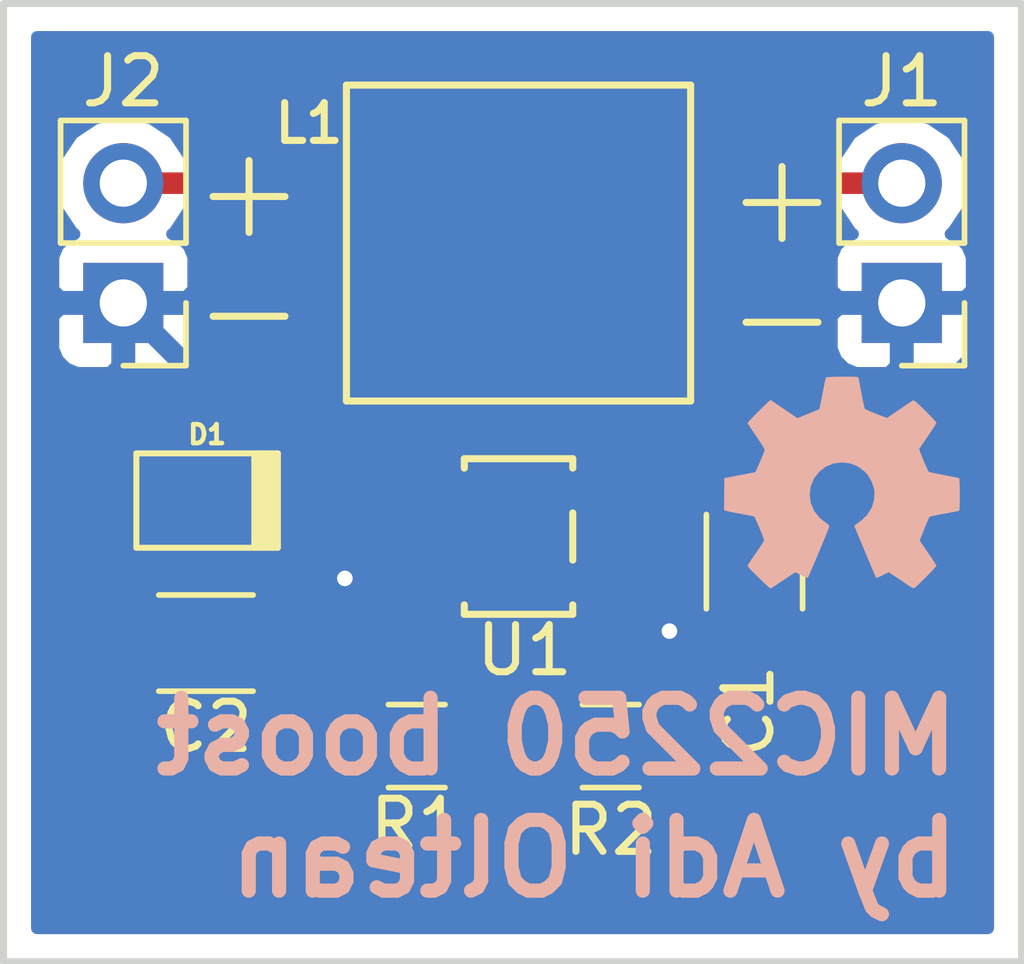
<source format=kicad_pcb>
(kicad_pcb (version 4) (host pcbnew 4.0.7)

  (general
    (links 16)
    (no_connects 0)
    (area 107.874999 59.614999 129.615001 80.085001)
    (thickness 1.6002)
    (drawings 6)
    (tracks 56)
    (zones 0)
    (modules 10)
    (nets 6)
  )

  (page A4)
  (layers
    (0 F.Cu signal)
    (31 B.Cu signal)
    (34 B.Paste user)
    (35 F.Paste user)
    (36 B.SilkS user hide)
    (37 F.SilkS user)
    (38 B.Mask user)
    (39 F.Mask user)
    (40 Dwgs.User user)
    (41 Cmts.User user)
    (42 Eco1.User user)
    (43 Eco2.User user)
    (44 Edge.Cuts user)
    (45 Margin user)
  )

  (setup
    (last_trace_width 0.4572)
    (user_trace_width 0.1524)
    (user_trace_width 0.3048)
    (user_trace_width 0.4572)
    (user_trace_width 0.6096)
    (trace_clearance 0.1524)
    (zone_clearance 0.508)
    (zone_45_only no)
    (trace_min 0.1524)
    (segment_width 0.2)
    (edge_width 0.15)
    (via_size 0.6858)
    (via_drill 0.3302)
    (via_min_size 0.6858)
    (via_min_drill 0.3302)
    (uvia_size 0.762)
    (uvia_drill 0.508)
    (uvias_allowed no)
    (uvia_min_size 0)
    (uvia_min_drill 0)
    (pcb_text_width 0.3)
    (pcb_text_size 1.5 1.5)
    (mod_edge_width 0.15)
    (mod_text_size 1 1)
    (mod_text_width 0.15)
    (pad_size 1.524 1.524)
    (pad_drill 0.762)
    (pad_to_mask_clearance 0.2)
    (aux_axis_origin 0 0)
    (visible_elements 7FFFFFFF)
    (pcbplotparams
      (layerselection 0x010f0_80000001)
      (usegerberextensions true)
      (excludeedgelayer true)
      (linewidth 0.100000)
      (plotframeref false)
      (viasonmask false)
      (mode 1)
      (useauxorigin false)
      (hpglpennumber 1)
      (hpglpenspeed 20)
      (hpglpendiameter 15)
      (hpglpenoverlay 2)
      (psnegative false)
      (psa4output false)
      (plotreference true)
      (plotvalue true)
      (plotinvisibletext false)
      (padsonsilk false)
      (subtractmaskfromsilk false)
      (outputformat 1)
      (mirror false)
      (drillshape 0)
      (scaleselection 1)
      (outputdirectory gerbers/))
  )

  (net 0 "")
  (net 1 /V_IN)
  (net 2 /GND)
  (net 3 /V_OUT)
  (net 4 /SW_OUT)
  (net 5 /FB)

  (net_class Default "This is the default net class."
    (clearance 0.1524)
    (trace_width 0.1524)
    (via_dia 0.6858)
    (via_drill 0.3302)
    (uvia_dia 0.762)
    (uvia_drill 0.508)
    (add_net /FB)
    (add_net /GND)
    (add_net /SW_OUT)
    (add_net /V_IN)
    (add_net /V_OUT)
  )

  (module Pin_Headers:Pin_Header_Straight_1x02_Pitch2.54mm (layer F.Cu) (tedit 59DF4243) (tstamp 59DE2146)
    (at 127 66.04 180)
    (descr "Through hole straight pin header, 1x02, 2.54mm pitch, single row")
    (tags "Through hole pin header THT 1x02 2.54mm single row")
    (path /59DE351E)
    (fp_text reference J1 (at 0 4.699 180) (layer F.SilkS)
      (effects (font (size 1 1) (thickness 0.15)))
    )
    (fp_text value IN (at 0 4.87 180) (layer F.Fab)
      (effects (font (size 1 1) (thickness 0.15)))
    )
    (fp_text user + (at 2.54 2.286 180) (layer F.SilkS)
      (effects (font (size 2 2) (thickness 0.15)))
    )
    (fp_text user - (at 2.54 -0.254 180) (layer F.SilkS)
      (effects (font (size 2 2) (thickness 0.15)))
    )
    (fp_line (start -0.635 -1.27) (end 1.27 -1.27) (layer F.Fab) (width 0.1))
    (fp_line (start 1.27 -1.27) (end 1.27 3.81) (layer F.Fab) (width 0.1))
    (fp_line (start 1.27 3.81) (end -1.27 3.81) (layer F.Fab) (width 0.1))
    (fp_line (start -1.27 3.81) (end -1.27 -0.635) (layer F.Fab) (width 0.1))
    (fp_line (start -1.27 -0.635) (end -0.635 -1.27) (layer F.Fab) (width 0.1))
    (fp_line (start -1.33 3.87) (end 1.33 3.87) (layer F.SilkS) (width 0.12))
    (fp_line (start -1.33 1.27) (end -1.33 3.87) (layer F.SilkS) (width 0.12))
    (fp_line (start 1.33 1.27) (end 1.33 3.87) (layer F.SilkS) (width 0.12))
    (fp_line (start -1.33 1.27) (end 1.33 1.27) (layer F.SilkS) (width 0.12))
    (fp_line (start -1.33 0) (end -1.33 -1.33) (layer F.SilkS) (width 0.12))
    (fp_line (start -1.33 -1.33) (end 0 -1.33) (layer F.SilkS) (width 0.12))
    (fp_line (start -1.8 -1.8) (end -1.8 4.35) (layer F.CrtYd) (width 0.05))
    (fp_line (start -1.8 4.35) (end 1.8 4.35) (layer F.CrtYd) (width 0.05))
    (fp_line (start 1.8 4.35) (end 1.8 -1.8) (layer F.CrtYd) (width 0.05))
    (fp_line (start 1.8 -1.8) (end -1.8 -1.8) (layer F.CrtYd) (width 0.05))
    (fp_text user %R (at 0 1.27 270) (layer F.Fab)
      (effects (font (size 1 1) (thickness 0.15)))
    )
    (pad 1 thru_hole rect (at 0 0 180) (size 1.7 1.7) (drill 1) (layers *.Cu *.Mask)
      (net 2 /GND))
    (pad 2 thru_hole oval (at 0 2.54 180) (size 1.7 1.7) (drill 1) (layers *.Cu *.Mask)
      (net 1 /V_IN))
    (model ${KISYS3DMOD}/Pin_Headers.3dshapes/Pin_Header_Straight_1x02_Pitch2.54mm.wrl
      (at (xyz 0 0 0))
      (scale (xyz 1 1 1))
      (rotate (xyz 0 0 0))
    )
  )

  (module Pin_Headers:Pin_Header_Straight_1x02_Pitch2.54mm (layer F.Cu) (tedit 59DF4201) (tstamp 59DE214B)
    (at 110.49 66.04 180)
    (descr "Through hole straight pin header, 1x02, 2.54mm pitch, single row")
    (tags "Through hole pin header THT 1x02 2.54mm single row")
    (path /59DE361F)
    (fp_text reference J2 (at 0 4.699 180) (layer F.SilkS)
      (effects (font (size 1 1) (thickness 0.15)))
    )
    (fp_text value OUT (at 0 4.87 180) (layer F.Fab)
      (effects (font (size 1 1) (thickness 0.15)))
    )
    (fp_text user + (at -2.667 2.413 180) (layer F.SilkS)
      (effects (font (size 2 2) (thickness 0.15)))
    )
    (fp_text user - (at -2.667 -0.127 180) (layer F.SilkS)
      (effects (font (size 2 2) (thickness 0.15)))
    )
    (fp_line (start -0.635 -1.27) (end 1.27 -1.27) (layer F.Fab) (width 0.1))
    (fp_line (start 1.27 -1.27) (end 1.27 3.81) (layer F.Fab) (width 0.1))
    (fp_line (start 1.27 3.81) (end -1.27 3.81) (layer F.Fab) (width 0.1))
    (fp_line (start -1.27 3.81) (end -1.27 -0.635) (layer F.Fab) (width 0.1))
    (fp_line (start -1.27 -0.635) (end -0.635 -1.27) (layer F.Fab) (width 0.1))
    (fp_line (start -1.33 3.87) (end 1.33 3.87) (layer F.SilkS) (width 0.12))
    (fp_line (start -1.33 1.27) (end -1.33 3.87) (layer F.SilkS) (width 0.12))
    (fp_line (start 1.33 1.27) (end 1.33 3.87) (layer F.SilkS) (width 0.12))
    (fp_line (start -1.33 1.27) (end 1.33 1.27) (layer F.SilkS) (width 0.12))
    (fp_line (start -1.33 0) (end -1.33 -1.33) (layer F.SilkS) (width 0.12))
    (fp_line (start -1.33 -1.33) (end 0 -1.33) (layer F.SilkS) (width 0.12))
    (fp_line (start -1.8 -1.8) (end -1.8 4.35) (layer F.CrtYd) (width 0.05))
    (fp_line (start -1.8 4.35) (end 1.8 4.35) (layer F.CrtYd) (width 0.05))
    (fp_line (start 1.8 4.35) (end 1.8 -1.8) (layer F.CrtYd) (width 0.05))
    (fp_line (start 1.8 -1.8) (end -1.8 -1.8) (layer F.CrtYd) (width 0.05))
    (fp_text user %R (at 0 1.27 270) (layer F.Fab)
      (effects (font (size 1 1) (thickness 0.15)))
    )
    (pad 1 thru_hole rect (at 0 0 180) (size 1.7 1.7) (drill 1) (layers *.Cu *.Mask)
      (net 2 /GND))
    (pad 2 thru_hole oval (at 0 2.54 180) (size 1.7 1.7) (drill 1) (layers *.Cu *.Mask)
      (net 3 /V_OUT))
    (model ${KISYS3DMOD}/Pin_Headers.3dshapes/Pin_Header_Straight_1x02_Pitch2.54mm.wrl
      (at (xyz 0 0 0))
      (scale (xyz 1 1 1))
      (rotate (xyz 0 0 0))
    )
  )

  (module manuf.pretty:MURATA-DG6050C (layer F.Cu) (tedit 59DF4108) (tstamp 59DE16BA)
    (at 118.872 64.77 180)
    (path /59DDF53B)
    (fp_text reference L1 (at 4.445 2.54 180) (layer F.SilkS)
      (effects (font (size 0.8 0.8) (thickness 0.15)))
    )
    (fp_text value "22 uH, 1.9A" (at 0 3.81 180) (layer F.Fab)
      (effects (font (size 0.8 0.8) (thickness 0.15)))
    )
    (fp_line (start -3.65 3.35) (end -3.65 -3.35) (layer F.SilkS) (width 0.15))
    (fp_line (start 3.65 3.35) (end -3.65 3.35) (layer F.SilkS) (width 0.15))
    (fp_line (start 3.65 -3.35) (end 3.65 3.35) (layer F.SilkS) (width 0.15))
    (fp_line (start -3.65 -3.35) (end 3.65 -3.35) (layer F.SilkS) (width 0.15))
    (fp_line (start -3.65 3.35) (end -3.65 -3.35) (layer F.CrtYd) (width 0.15))
    (fp_line (start 3.65 3.35) (end -3.65 3.35) (layer F.CrtYd) (width 0.15))
    (fp_line (start 3.65 -3.35) (end 3.65 3.35) (layer F.CrtYd) (width 0.15))
    (fp_line (start -3.65 -3.35) (end 3.65 -3.35) (layer F.CrtYd) (width 0.15))
    (pad 1 smd rect (at -2.35 0 180) (size 1.6 5.7) (layers F.Cu F.Paste F.Mask)
      (net 1 /V_IN))
    (pad 2 smd rect (at 2.35 0 180) (size 1.6 5.7) (layers F.Cu F.Paste F.Mask)
      (net 4 /SW_OUT))
    (model ${KISYS3DMOD}/smd_inductors/inductor_smd_6.5x4.8mm.wrl
      (at (xyz 0 0 0))
      (scale (xyz 0.8 0.8 0.8))
      (rotate (xyz 0 0 90))
    )
  )

  (module "lms6002-pmod.pretty:SOT-753_(TSOP-5)_Handsoldering" (layer F.Cu) (tedit 59DF40E7) (tstamp 59DE0420)
    (at 118.872 70.993)
    (path /59DDF3A9)
    (fp_text reference U1 (at 0.127 2.413) (layer F.SilkS)
      (effects (font (size 1 1) (thickness 0.15)))
    )
    (fp_text value MIC2250 (at 0 -2.54) (layer F.Fab)
      (effects (font (size 1 1) (thickness 0.15)))
    )
    (fp_line (start 1.15 1.45) (end 1.15 1.65) (layer F.SilkS) (width 0.15))
    (fp_line (start 1.15 1.65) (end -1.15 1.65) (layer F.SilkS) (width 0.15))
    (fp_line (start -1.15 1.65) (end -1.15 1.45) (layer F.SilkS) (width 0.15))
    (fp_line (start 1.15 -0.5) (end 1.15 0.5) (layer F.SilkS) (width 0.15))
    (fp_line (start -1.15 -1.65) (end -1.15 -1.45) (layer F.SilkS) (width 0.15))
    (fp_line (start -1.15 -1.65) (end 1.15 -1.65) (layer F.SilkS) (width 0.15))
    (fp_line (start 1.15 -1.65) (end 1.15 -1.45) (layer F.SilkS) (width 0.15))
    (pad 1 smd rect (at -1.2 -0.95) (size 1.7 0.45) (drill (offset -0.5 0)) (layers F.Cu F.Paste F.Mask)
      (net 4 /SW_OUT))
    (pad 5 smd rect (at 1.2 -0.95) (size 1.7 0.45) (drill (offset 0.5 0)) (layers F.Cu F.Paste F.Mask)
      (net 1 /V_IN))
    (pad 2 smd rect (at -1.2 0) (size 1.7 0.45) (drill (offset -0.5 0)) (layers F.Cu F.Paste F.Mask)
      (net 2 /GND))
    (pad 3 smd rect (at -1.2 0.95) (size 1.7 0.45) (drill (offset -0.5 0)) (layers F.Cu F.Paste F.Mask)
      (net 5 /FB))
    (pad 4 smd rect (at 1.2 0.95) (size 1.7 0.45) (drill (offset 0.5 0)) (layers F.Cu F.Paste F.Mask)
      (net 1 /V_IN))
    (model ${KIPRJMOD}/lib/lms6002-pmod.3dshapes/sc70-5.wrl
      (at (xyz 0 0 0))
      (scale (xyz 1.45 1.45 1.45))
      (rotate (xyz 0 0 90))
    )
  )

  (module Resistors_SMD:R_0805 (layer F.Cu) (tedit 59DF3F76) (tstamp 59DE0411)
    (at 116.713 75.438)
    (descr "Resistor SMD 0805, reflow soldering, Vishay (see dcrcw.pdf)")
    (tags "resistor 0805")
    (path /59DDF67C)
    (attr smd)
    (fp_text reference R1 (at 0 1.651) (layer F.SilkS)
      (effects (font (size 1 1) (thickness 0.15)))
    )
    (fp_text value 130K (at 0 -1.524) (layer F.Fab)
      (effects (font (size 1 1) (thickness 0.15)))
    )
    (fp_text user %R (at 0 0) (layer F.Fab)
      (effects (font (size 0.5 0.5) (thickness 0.075)))
    )
    (fp_line (start -1 0.62) (end -1 -0.62) (layer F.Fab) (width 0.1))
    (fp_line (start 1 0.62) (end -1 0.62) (layer F.Fab) (width 0.1))
    (fp_line (start 1 -0.62) (end 1 0.62) (layer F.Fab) (width 0.1))
    (fp_line (start -1 -0.62) (end 1 -0.62) (layer F.Fab) (width 0.1))
    (fp_line (start 0.6 0.88) (end -0.6 0.88) (layer F.SilkS) (width 0.12))
    (fp_line (start -0.6 -0.88) (end 0.6 -0.88) (layer F.SilkS) (width 0.12))
    (fp_line (start -1.55 -0.9) (end 1.55 -0.9) (layer F.CrtYd) (width 0.05))
    (fp_line (start -1.55 -0.9) (end -1.55 0.9) (layer F.CrtYd) (width 0.05))
    (fp_line (start 1.55 0.9) (end 1.55 -0.9) (layer F.CrtYd) (width 0.05))
    (fp_line (start 1.55 0.9) (end -1.55 0.9) (layer F.CrtYd) (width 0.05))
    (pad 1 smd rect (at -0.95 0) (size 0.7 1.3) (layers F.Cu F.Paste F.Mask)
      (net 3 /V_OUT))
    (pad 2 smd rect (at 0.95 0) (size 0.7 1.3) (layers F.Cu F.Paste F.Mask)
      (net 5 /FB))
    (model ${KISYS3DMOD}/Resistors_SMD.3dshapes/R_0805.wrl
      (at (xyz 0 0 0))
      (scale (xyz 1 1 1))
      (rotate (xyz 0 0 0))
    )
  )

  (module Resistors_SMD:R_0805 (layer F.Cu) (tedit 59DF3F69) (tstamp 59DE0417)
    (at 120.8278 75.438)
    (descr "Resistor SMD 0805, reflow soldering, Vishay (see dcrcw.pdf)")
    (tags "resistor 0805")
    (path /59DDF5E5)
    (attr smd)
    (fp_text reference R2 (at 0 1.778) (layer F.SilkS)
      (effects (font (size 1 1) (thickness 0.15)))
    )
    (fp_text value 15K (at 0.127 -1.524) (layer F.Fab)
      (effects (font (size 1 1) (thickness 0.15)))
    )
    (fp_text user %R (at 0 0) (layer F.Fab)
      (effects (font (size 0.5 0.5) (thickness 0.075)))
    )
    (fp_line (start -1 0.62) (end -1 -0.62) (layer F.Fab) (width 0.1))
    (fp_line (start 1 0.62) (end -1 0.62) (layer F.Fab) (width 0.1))
    (fp_line (start 1 -0.62) (end 1 0.62) (layer F.Fab) (width 0.1))
    (fp_line (start -1 -0.62) (end 1 -0.62) (layer F.Fab) (width 0.1))
    (fp_line (start 0.6 0.88) (end -0.6 0.88) (layer F.SilkS) (width 0.12))
    (fp_line (start -0.6 -0.88) (end 0.6 -0.88) (layer F.SilkS) (width 0.12))
    (fp_line (start -1.55 -0.9) (end 1.55 -0.9) (layer F.CrtYd) (width 0.05))
    (fp_line (start -1.55 -0.9) (end -1.55 0.9) (layer F.CrtYd) (width 0.05))
    (fp_line (start 1.55 0.9) (end 1.55 -0.9) (layer F.CrtYd) (width 0.05))
    (fp_line (start 1.55 0.9) (end -1.55 0.9) (layer F.CrtYd) (width 0.05))
    (pad 1 smd rect (at -0.95 0) (size 0.7 1.3) (layers F.Cu F.Paste F.Mask)
      (net 5 /FB))
    (pad 2 smd rect (at 0.95 0) (size 0.7 1.3) (layers F.Cu F.Paste F.Mask)
      (net 2 /GND))
    (model ${KISYS3DMOD}/Resistors_SMD.3dshapes/R_0805.wrl
      (at (xyz 0 0 0))
      (scale (xyz 1 1 1))
      (rotate (xyz 0 0 0))
    )
  )

  (module boost:C_1206 (layer F.Cu) (tedit 59DF3F2A) (tstamp 59DF2F54)
    (at 112.2426 73.2536)
    (descr "Capacitor SMD 1206, reflow soldering, AVX (see smccp.pdf)")
    (tags "capacitor 1206")
    (path /59DDF6E6)
    (attr smd)
    (fp_text reference C2 (at 0 1.778) (layer F.SilkS)
      (effects (font (size 1 1) (thickness 0.15)))
    )
    (fp_text value "2.2 uF" (at 0 1.778) (layer F.Fab)
      (effects (font (size 1 1) (thickness 0.15)))
    )
    (fp_text user %R (at -3.048 0) (layer F.Fab)
      (effects (font (size 1 1) (thickness 0.15)))
    )
    (fp_line (start -1.6 0.8) (end -1.6 -0.8) (layer F.Fab) (width 0.1))
    (fp_line (start 1.6 0.8) (end -1.6 0.8) (layer F.Fab) (width 0.1))
    (fp_line (start 1.6 -0.8) (end 1.6 0.8) (layer F.Fab) (width 0.1))
    (fp_line (start -1.6 -0.8) (end 1.6 -0.8) (layer F.Fab) (width 0.1))
    (fp_line (start 1 -1.02) (end -1 -1.02) (layer F.SilkS) (width 0.12))
    (fp_line (start -1 1.02) (end 1 1.02) (layer F.SilkS) (width 0.12))
    (fp_line (start -2.25 -1.05) (end 2.25 -1.05) (layer F.CrtYd) (width 0.05))
    (fp_line (start -2.25 -1.05) (end -2.25 1.05) (layer F.CrtYd) (width 0.05))
    (fp_line (start 2.25 1.05) (end 2.25 -1.05) (layer F.CrtYd) (width 0.05))
    (fp_line (start 2.25 1.05) (end -2.25 1.05) (layer F.CrtYd) (width 0.05))
    (pad 1 smd rect (at -1.5 0) (size 1 1.6) (layers F.Cu F.Paste F.Mask)
      (net 3 /V_OUT))
    (pad 2 smd rect (at 1.5 0) (size 1 1.6) (layers F.Cu F.Paste F.Mask)
      (net 2 /GND))
    (model Capacitors_SMD.3dshapes/C_1206.wrl
      (at (xyz 0 0 0))
      (scale (xyz 1 1 1))
      (rotate (xyz 0 0 0))
    )
  )

  (module Capacitors_SMD:C_1206 (layer F.Cu) (tedit 59DF3C11) (tstamp 59DE03F9)
    (at 123.8758 71.5264 270)
    (descr "Capacitor SMD 1206, reflow soldering, AVX (see smccp.pdf)")
    (tags "capacitor 1206")
    (path /59DDF74F)
    (attr smd)
    (fp_text reference C1 (at 3.175 0.127 270) (layer F.SilkS)
      (effects (font (size 1 1) (thickness 0.15)))
    )
    (fp_text value "10 uF" (at -0.254 -1.651 270) (layer F.Fab)
      (effects (font (size 1 1) (thickness 0.15)))
    )
    (fp_text user %R (at 3.175 -1.27 270) (layer F.Fab)
      (effects (font (size 1 1) (thickness 0.15)))
    )
    (fp_line (start -1.6 0.8) (end -1.6 -0.8) (layer F.Fab) (width 0.1))
    (fp_line (start 1.6 0.8) (end -1.6 0.8) (layer F.Fab) (width 0.1))
    (fp_line (start 1.6 -0.8) (end 1.6 0.8) (layer F.Fab) (width 0.1))
    (fp_line (start -1.6 -0.8) (end 1.6 -0.8) (layer F.Fab) (width 0.1))
    (fp_line (start 1 -1.02) (end -1 -1.02) (layer F.SilkS) (width 0.12))
    (fp_line (start -1 1.02) (end 1 1.02) (layer F.SilkS) (width 0.12))
    (fp_line (start -2.25 -1.05) (end 2.25 -1.05) (layer F.CrtYd) (width 0.05))
    (fp_line (start -2.25 -1.05) (end -2.25 1.05) (layer F.CrtYd) (width 0.05))
    (fp_line (start 2.25 1.05) (end 2.25 -1.05) (layer F.CrtYd) (width 0.05))
    (fp_line (start 2.25 1.05) (end -2.25 1.05) (layer F.CrtYd) (width 0.05))
    (pad 1 smd rect (at -1.5 0 270) (size 1 1.6) (layers F.Cu F.Paste F.Mask)
      (net 1 /V_IN))
    (pad 2 smd rect (at 1.5 0 270) (size 1 1.6) (layers F.Cu F.Paste F.Mask)
      (net 2 /GND))
    (model Capacitors_SMD.3dshapes/C_1206.wrl
      (at (xyz 0 0 0))
      (scale (xyz 1 1 1))
      (rotate (xyz 0 0 0))
    )
  )

  (module w_smd_diode.pretty:do219ab (layer F.Cu) (tedit 0) (tstamp 59DE0405)
    (at 112.268 70.231)
    (descr DO219AB)
    (path /59DDF4D4)
    (fp_text reference D1 (at 0 -1.39954) (layer F.SilkS)
      (effects (font (size 0.39878 0.39878) (thickness 0.09906)))
    )
    (fp_text value "40V, 1.1A" (at 0 1.50114) (layer F.SilkS) hide
      (effects (font (size 0.39878 0.39878) (thickness 0.09906)))
    )
    (fp_line (start 1.39954 1.00076) (end 1.39954 -1.00076) (layer F.SilkS) (width 0.127))
    (fp_line (start 1.30048 -1.00076) (end 1.30048 1.00076) (layer F.SilkS) (width 0.127))
    (fp_line (start 1.19888 1.00076) (end 1.19888 -1.00076) (layer F.SilkS) (width 0.127))
    (fp_line (start 1.09982 -1.00076) (end 1.09982 1.00076) (layer F.SilkS) (width 0.127))
    (fp_line (start 1.00076 -1.00076) (end 1.00076 1.00076) (layer F.SilkS) (width 0.127))
    (fp_line (start 1.50114 -1.00076) (end -1.50114 -1.00076) (layer F.SilkS) (width 0.127))
    (fp_line (start -1.50114 -1.00076) (end -1.50114 1.00076) (layer F.SilkS) (width 0.127))
    (fp_line (start -1.50114 1.00076) (end 1.50114 1.00076) (layer F.SilkS) (width 0.127))
    (fp_line (start 1.50114 1.00076) (end 1.50114 -1.00076) (layer F.SilkS) (width 0.127))
    (pad 2 smd rect (at 1.45034 0) (size 1.30048 1.39954) (layers F.Cu F.Paste F.Mask)
      (net 4 /SW_OUT))
    (pad 1 smd rect (at -1.45034 0) (size 1.30048 1.39954) (layers F.Cu F.Paste F.Mask)
      (net 3 /V_OUT))
    (model walter/smd_diode/do219ab.wrl
      (at (xyz 0 0 0))
      (scale (xyz 1 1 1))
      (rotate (xyz 0 0 0))
    )
  )

  (module OSHW-logo:OSHW-logo_silkscreen-back_5mm (layer B.Cu) (tedit 0) (tstamp 59DF3AA3)
    (at 125.73 69.85 180)
    (fp_text reference G*** (at 0 -2.65176 180) (layer B.SilkS) hide
      (effects (font (size 0.22606 0.22606) (thickness 0.04318)) (justify mirror))
    )
    (fp_text value OSHW-logo_silkscreen-back_5mm (at 0 2.65176 180) (layer B.SilkS) hide
      (effects (font (size 0.22606 0.22606) (thickness 0.04318)) (justify mirror))
    )
    (fp_poly (pts (xy 1.51384 -2.24536) (xy 1.48844 -2.23012) (xy 1.43002 -2.19456) (xy 1.3462 -2.13868)
      (xy 1.24714 -2.07264) (xy 1.14808 -2.0066) (xy 1.0668 -1.95326) (xy 1.01092 -1.91516)
      (xy 0.98552 -1.90246) (xy 0.97282 -1.90754) (xy 0.9271 -1.9304) (xy 0.85852 -1.96596)
      (xy 0.81788 -1.98628) (xy 0.75692 -2.01168) (xy 0.7239 -2.0193) (xy 0.71882 -2.00914)
      (xy 0.69596 -1.96088) (xy 0.6604 -1.8796) (xy 0.61468 -1.77038) (xy 0.5588 -1.64338)
      (xy 0.50292 -1.50876) (xy 0.4445 -1.36906) (xy 0.38862 -1.23444) (xy 0.34036 -1.11506)
      (xy 0.29972 -1.01854) (xy 0.27432 -0.94996) (xy 0.26416 -0.92202) (xy 0.2667 -0.9144)
      (xy 0.29972 -0.88392) (xy 0.35306 -0.84328) (xy 0.47244 -0.74676) (xy 0.58928 -0.60198)
      (xy 0.6604 -0.43688) (xy 0.68326 -0.25146) (xy 0.66294 -0.08128) (xy 0.5969 0.08128)
      (xy 0.4826 0.2286) (xy 0.3429 0.33782) (xy 0.18034 0.4064) (xy 0 0.42926)
      (xy -0.17272 0.40894) (xy -0.34036 0.3429) (xy -0.48768 0.23114) (xy -0.55118 0.16002)
      (xy -0.63754 0.01016) (xy -0.6858 -0.14732) (xy -0.69088 -0.18796) (xy -0.68326 -0.36322)
      (xy -0.63246 -0.5334) (xy -0.53848 -0.68326) (xy -0.40894 -0.80772) (xy -0.3937 -0.81788)
      (xy -0.33528 -0.8636) (xy -0.29464 -0.89408) (xy -0.26416 -0.91948) (xy -0.48768 -1.45796)
      (xy -0.52324 -1.54178) (xy -0.5842 -1.6891) (xy -0.63754 -1.8161) (xy -0.68072 -1.9177)
      (xy -0.7112 -1.98374) (xy -0.7239 -2.01168) (xy -0.7239 -2.01422) (xy -0.74422 -2.01676)
      (xy -0.78486 -2.00152) (xy -0.86106 -1.96596) (xy -0.90932 -1.94056) (xy -0.96774 -1.91262)
      (xy -0.99314 -1.90246) (xy -1.016 -1.91516) (xy -1.06934 -1.95072) (xy -1.15062 -2.00406)
      (xy -1.24714 -2.06756) (xy -1.33858 -2.13106) (xy -1.4224 -2.18694) (xy -1.48336 -2.22504)
      (xy -1.51384 -2.24282) (xy -1.51892 -2.24282) (xy -1.54432 -2.22758) (xy -1.59258 -2.18694)
      (xy -1.66624 -2.11836) (xy -1.77038 -2.01422) (xy -1.78562 -1.99898) (xy -1.87198 -1.91262)
      (xy -1.94056 -1.83896) (xy -1.98628 -1.78816) (xy -2.00406 -1.7653) (xy -2.00406 -1.7653)
      (xy -1.98882 -1.73482) (xy -1.95072 -1.67386) (xy -1.89484 -1.5875) (xy -1.82626 -1.48844)
      (xy -1.64846 -1.22936) (xy -1.74498 -0.98552) (xy -1.77546 -0.90932) (xy -1.81356 -0.82042)
      (xy -1.8415 -0.75438) (xy -1.85674 -0.72644) (xy -1.88214 -0.71628) (xy -1.95072 -0.70104)
      (xy -2.04724 -0.68072) (xy -2.16154 -0.6604) (xy -2.2733 -0.64008) (xy -2.37236 -0.61976)
      (xy -2.44348 -0.60706) (xy -2.4765 -0.59944) (xy -2.48412 -0.59436) (xy -2.49174 -0.57912)
      (xy -2.49428 -0.5461) (xy -2.49682 -0.48514) (xy -2.49936 -0.39116) (xy -2.49936 -0.25146)
      (xy -2.49936 -0.23622) (xy -2.49682 -0.10668) (xy -2.49428 0) (xy -2.49174 0.06604)
      (xy -2.48666 0.09398) (xy -2.48666 0.09398) (xy -2.45618 0.1016) (xy -2.38506 0.11684)
      (xy -2.286 0.13462) (xy -2.16662 0.15748) (xy -2.159 0.16002) (xy -2.04216 0.18288)
      (xy -1.9431 0.2032) (xy -1.87198 0.21844) (xy -1.84404 0.2286) (xy -1.83642 0.23622)
      (xy -1.81356 0.28194) (xy -1.78054 0.3556) (xy -1.7399 0.4445) (xy -1.7018 0.53848)
      (xy -1.66878 0.6223) (xy -1.64592 0.68326) (xy -1.6383 0.7112) (xy -1.64084 0.71374)
      (xy -1.65862 0.74168) (xy -1.69926 0.80264) (xy -1.75514 0.88646) (xy -1.82372 0.98806)
      (xy -1.8288 0.99568) (xy -1.89738 1.09474) (xy -1.95326 1.1811) (xy -1.98882 1.23952)
      (xy -2.00406 1.26746) (xy -2.00406 1.27) (xy -1.9812 1.30048) (xy -1.9304 1.35636)
      (xy -1.85674 1.43256) (xy -1.77038 1.52146) (xy -1.74244 1.54686) (xy -1.64338 1.64338)
      (xy -1.57734 1.70434) (xy -1.53416 1.73736) (xy -1.51384 1.74498) (xy -1.51384 1.74498)
      (xy -1.48336 1.7272) (xy -1.41986 1.68656) (xy -1.33604 1.62814) (xy -1.23444 1.55956)
      (xy -1.22682 1.55448) (xy -1.12776 1.4859) (xy -1.04394 1.43002) (xy -0.98552 1.38938)
      (xy -0.95758 1.37414) (xy -0.95504 1.37414) (xy -0.9144 1.38684) (xy -0.84328 1.41224)
      (xy -0.75438 1.44526) (xy -0.66294 1.48336) (xy -0.57912 1.51892) (xy -0.51562 1.54686)
      (xy -0.48514 1.56464) (xy -0.48514 1.56464) (xy -0.47498 1.6002) (xy -0.4572 1.6764)
      (xy -0.43688 1.778) (xy -0.41148 1.89992) (xy -0.40894 1.92024) (xy -0.38608 2.03962)
      (xy -0.3683 2.13868) (xy -0.35306 2.20726) (xy -0.34544 2.2352) (xy -0.3302 2.23774)
      (xy -0.27178 2.24282) (xy -0.18288 2.24536) (xy -0.07366 2.24536) (xy 0.0381 2.24536)
      (xy 0.14732 2.24282) (xy 0.2413 2.24028) (xy 0.30988 2.2352) (xy 0.33782 2.23012)
      (xy 0.33782 2.22758) (xy 0.34798 2.18948) (xy 0.36576 2.11582) (xy 0.38608 2.01168)
      (xy 0.40894 1.88976) (xy 0.41402 1.8669) (xy 0.43688 1.75006) (xy 0.4572 1.651)
      (xy 0.4699 1.58496) (xy 0.47752 1.55702) (xy 0.49022 1.55194) (xy 0.53848 1.53162)
      (xy 0.61722 1.4986) (xy 0.71628 1.45796) (xy 0.94488 1.36652) (xy 1.22682 1.55702)
      (xy 1.25222 1.5748) (xy 1.35382 1.64338) (xy 1.4351 1.69926) (xy 1.49352 1.73736)
      (xy 1.51638 1.75006) (xy 1.51892 1.75006) (xy 1.54686 1.72466) (xy 1.60274 1.67132)
      (xy 1.67894 1.59766) (xy 1.76784 1.5113) (xy 1.83134 1.44526) (xy 1.91008 1.36652)
      (xy 1.95834 1.31318) (xy 1.98628 1.28016) (xy 1.9939 1.25984) (xy 1.99136 1.2446)
      (xy 1.97358 1.21666) (xy 1.93294 1.1557) (xy 1.87452 1.06934) (xy 1.80594 0.97028)
      (xy 1.75006 0.88646) (xy 1.6891 0.79248) (xy 1.651 0.72644) (xy 1.63576 0.69342)
      (xy 1.64084 0.68072) (xy 1.65862 0.62484) (xy 1.69418 0.54102) (xy 1.73482 0.44196)
      (xy 1.83388 0.22098) (xy 1.97866 0.19304) (xy 2.06756 0.17526) (xy 2.18948 0.1524)
      (xy 2.30886 0.12954) (xy 2.49174 0.09398) (xy 2.49936 -0.58166) (xy 2.47142 -0.59436)
      (xy 2.44348 -0.60198) (xy 2.3749 -0.61722) (xy 2.27838 -0.63754) (xy 2.16154 -0.65786)
      (xy 2.06502 -0.67564) (xy 1.96596 -0.69596) (xy 1.89484 -0.70866) (xy 1.86436 -0.71628)
      (xy 1.8542 -0.72644) (xy 1.83134 -0.7747) (xy 1.79578 -0.8509) (xy 1.75514 -0.94234)
      (xy 1.71704 -1.03632) (xy 1.68148 -1.12522) (xy 1.65862 -1.19126) (xy 1.64846 -1.22428)
      (xy 1.66116 -1.25222) (xy 1.69926 -1.31064) (xy 1.7526 -1.39192) (xy 1.82118 -1.49098)
      (xy 1.88722 -1.5875) (xy 1.94564 -1.67132) (xy 1.98374 -1.73228) (xy 2.00152 -1.76022)
      (xy 1.99136 -1.778) (xy 1.95326 -1.82626) (xy 1.8796 -1.90246) (xy 1.76784 -2.01168)
      (xy 1.75006 -2.02946) (xy 1.6637 -2.11328) (xy 1.59004 -2.18186) (xy 1.5367 -2.22758)
      (xy 1.51384 -2.24536)) (layer B.SilkS) (width 0.00254))
  )

  (gr_text "by Adi Oltean" (at 120.4722 77.8256) (layer B.SilkS)
    (effects (font (size 1.5 1.5) (thickness 0.3)) (justify mirror))
  )
  (gr_text "MIC2250 boost" (at 119.6848 75.2348) (layer B.SilkS)
    (effects (font (size 1.5 1.5) (thickness 0.3)) (justify mirror))
  )
  (gr_line (start 129.54 80.01) (end 129.54 59.69) (angle 90) (layer Edge.Cuts) (width 0.15))
  (gr_line (start 107.95 80.01) (end 129.54 80.01) (angle 90) (layer Edge.Cuts) (width 0.15))
  (gr_line (start 107.95 59.69) (end 107.95 80.01) (angle 90) (layer Edge.Cuts) (width 0.15))
  (gr_line (start 107.95 59.69) (end 129.54 59.69) (angle 90) (layer Edge.Cuts) (width 0.15))

  (segment (start 120.072 70.043) (end 120.072 71.943) (width 0.4572) (layer F.Cu) (net 1) (status C00000))
  (segment (start 120.072 70.043) (end 123.8592 70.043) (width 0.4572) (layer F.Cu) (net 1) (status C00000))
  (segment (start 123.8592 70.043) (end 123.8758 70.0264) (width 0.4572) (layer F.Cu) (net 1) (tstamp 59DF40C9) (status C00000))
  (segment (start 121.222 64.77) (end 121.222 68.39) (width 0.4572) (layer F.Cu) (net 1) (status 400000))
  (segment (start 121.222 68.39) (end 120.072 69.54) (width 0.4572) (layer F.Cu) (net 1) (tstamp 59DF40C5))
  (segment (start 120.072 69.54) (end 120.072 70.043) (width 0.4572) (layer F.Cu) (net 1) (tstamp 59DF40C6) (status 800000))
  (segment (start 127 63.5) (end 122.682 63.5) (width 0.4572) (layer F.Cu) (net 1))
  (segment (start 122.682 63.5) (end 122.301 63.5) (width 0.4572) (layer F.Cu) (net 1) (tstamp 59DF36EF))
  (segment (start 122.301 63.5) (end 121.222 64.579) (width 0.4572) (layer F.Cu) (net 1) (tstamp 59DF3716))
  (segment (start 121.222 64.579) (end 121.222 64.77) (width 0.4572) (layer F.Cu) (net 1) (tstamp 59DF3719))
  (segment (start 121.73 64.77) (end 121.222 64.77) (width 0.4572) (layer F.Cu) (net 1) (tstamp 59DF335C))
  (segment (start 123.8758 73.0264) (end 122.0992 73.0264) (width 0.4572) (layer F.Cu) (net 2) (status 400000))
  (segment (start 122.0992 73.0264) (end 122.0724 72.9996) (width 0.4572) (layer F.Cu) (net 2) (tstamp 59DF40F4))
  (via (at 122.0724 72.9996) (size 0.6858) (drill 0.3302) (layers F.Cu B.Cu) (net 2))
  (segment (start 122.0724 72.9996) (end 121.9708 73.1012) (width 0.4572) (layer B.Cu) (net 2) (tstamp 59DF40F7))
  (segment (start 121.9708 73.1012) (end 116.4082 73.1012) (width 0.4572) (layer B.Cu) (net 2) (tstamp 59DF40F8))
  (segment (start 116.4082 73.1012) (end 115.189 71.882) (width 0.4572) (layer B.Cu) (net 2) (tstamp 59DF40F9))
  (segment (start 121.7778 75.438) (end 123.063 75.438) (width 0.1524) (layer F.Cu) (net 2) (status 400000))
  (segment (start 123.063 75.438) (end 123.825 74.676) (width 0.1524) (layer F.Cu) (net 2) (tstamp 59DF40EB))
  (segment (start 123.825 74.676) (end 123.825 73.0772) (width 0.1524) (layer F.Cu) (net 2) (tstamp 59DF40EC) (status 800000))
  (segment (start 123.825 73.0772) (end 123.8758 73.0264) (width 0.1524) (layer F.Cu) (net 2) (tstamp 59DF40ED) (status C00000))
  (segment (start 117.672 70.993) (end 115.57 70.993) (width 0.4572) (layer F.Cu) (net 2) (status 400000))
  (segment (start 115.57 70.993) (end 115.189 71.374) (width 0.4572) (layer F.Cu) (net 2) (tstamp 59DF40DA))
  (segment (start 115.189 71.374) (end 115.189 71.882) (width 0.4572) (layer F.Cu) (net 2) (tstamp 59DF40DB))
  (segment (start 113.7426 73.2536) (end 114.808 73.2536) (width 0.4572) (layer F.Cu) (net 2) (status 400000))
  (segment (start 114.808 73.2536) (end 115.189 72.8726) (width 0.4572) (layer F.Cu) (net 2) (tstamp 59DF40D1))
  (segment (start 115.189 72.8726) (end 115.189 71.882) (width 0.4572) (layer F.Cu) (net 2) (tstamp 59DF40D2))
  (via (at 115.189 71.882) (size 0.6858) (drill 0.3302) (layers F.Cu B.Cu) (net 2))
  (segment (start 115.189 71.882) (end 115.189 69.0118) (width 0.4572) (layer B.Cu) (net 2) (tstamp 59DF40D4))
  (segment (start 115.189 69.0118) (end 114.3508 68.1736) (width 0.4572) (layer B.Cu) (net 2) (tstamp 59DF40D5))
  (segment (start 114.3508 68.1736) (end 112.6236 68.1736) (width 0.4572) (layer B.Cu) (net 2) (tstamp 59DF40D6))
  (segment (start 112.6236 68.1736) (end 110.49 66.04) (width 0.4572) (layer B.Cu) (net 2) (tstamp 59DF40D7) (status 800000))
  (segment (start 110.7426 73.2536) (end 110.7426 74.3444) (width 0.1524) (layer F.Cu) (net 3) (status 400000))
  (segment (start 110.7426 74.3444) (end 111.8362 75.438) (width 0.1524) (layer F.Cu) (net 3) (tstamp 59DF40E0))
  (segment (start 111.8362 75.438) (end 115.763 75.438) (width 0.1524) (layer F.Cu) (net 3) (tstamp 59DF40E2) (status 800000))
  (segment (start 110.81766 70.231) (end 110.81766 73.17854) (width 0.4572) (layer F.Cu) (net 3) (status C00000))
  (segment (start 110.81766 73.17854) (end 110.7426 73.2536) (width 0.4572) (layer F.Cu) (net 3) (tstamp 59DF40CE) (status C00000))
  (segment (start 110.81766 70.231) (end 110.81766 68.88734) (width 0.4572) (layer F.Cu) (net 3))
  (segment (start 110.81766 68.88734) (end 111.379 68.326) (width 0.4572) (layer F.Cu) (net 3) (tstamp 59DF35A8))
  (segment (start 111.379 68.326) (end 112.522 68.326) (width 0.4572) (layer F.Cu) (net 3) (tstamp 59DF35AA))
  (segment (start 112.522 68.326) (end 112.903 67.945) (width 0.4572) (layer F.Cu) (net 3) (tstamp 59DF35B0))
  (segment (start 112.903 67.945) (end 112.903 63.881) (width 0.4572) (layer F.Cu) (net 3) (tstamp 59DF35BB))
  (segment (start 112.903 63.881) (end 112.522 63.5) (width 0.4572) (layer F.Cu) (net 3) (tstamp 59DF35BF))
  (segment (start 112.522 63.5) (end 110.49 63.5) (width 0.4572) (layer F.Cu) (net 3) (tstamp 59DF35C0))
  (segment (start 117.16 70.17) (end 117.03 70.04) (width 0.25) (layer F.Cu) (net 4) (tstamp 59DE2FB8))
  (segment (start 116.586 68.199) (end 116.586 64.834) (width 0.4572) (layer F.Cu) (net 4))
  (segment (start 116.586 64.834) (end 116.522 64.77) (width 0.4572) (layer F.Cu) (net 4) (tstamp 59DF355F))
  (segment (start 117.672 70.043) (end 117.672 69.285) (width 0.4572) (layer F.Cu) (net 4))
  (segment (start 117.672 69.285) (end 116.586 68.199) (width 0.4572) (layer F.Cu) (net 4) (tstamp 59DF354E))
  (segment (start 117.672 70.043) (end 113.90634 70.043) (width 0.4572) (layer F.Cu) (net 4))
  (segment (start 113.90634 70.043) (end 113.71834 70.231) (width 0.4572) (layer F.Cu) (net 4) (tstamp 59DF3547))
  (segment (start 113.77934 70.17) (end 113.71834 70.231) (width 0.4572) (layer F.Cu) (net 4) (tstamp 59DF349E))
  (segment (start 117.03 64.77) (end 117.03 64.77) (width 0.25) (layer F.Cu) (net 4) (tstamp 59DE2610))
  (segment (start 117.672 71.943) (end 117.672 75.429) (width 0.1524) (layer F.Cu) (net 5) (status C00000))
  (segment (start 117.672 75.429) (end 117.663 75.438) (width 0.1524) (layer F.Cu) (net 5) (tstamp 59DF40E8) (status C00000))
  (segment (start 117.663 75.438) (end 119.8778 75.438) (width 0.1524) (layer F.Cu) (net 5) (status C00000))

  (zone (net 2) (net_name /GND) (layer B.Cu) (tstamp 59DE267B) (hatch edge 0.508)
    (connect_pads (clearance 0.508))
    (min_thickness 0.254)
    (fill yes (arc_segments 16) (thermal_gap 0.508) (thermal_bridge_width 0.508))
    (polygon
      (pts
        (xy 129.286 79.756) (xy 108.204 79.756) (xy 108.204 59.944) (xy 129.286 59.944)
      )
    )
    (filled_polygon
      (pts
        (xy 128.83 79.3) (xy 108.66 79.3) (xy 108.66 66.32575) (xy 109.005 66.32575) (xy 109.005 67.01631)
        (xy 109.101673 67.249699) (xy 109.280302 67.428327) (xy 109.513691 67.525) (xy 110.20425 67.525) (xy 110.363 67.36625)
        (xy 110.363 66.167) (xy 110.617 66.167) (xy 110.617 67.36625) (xy 110.77575 67.525) (xy 111.466309 67.525)
        (xy 111.699698 67.428327) (xy 111.878327 67.249699) (xy 111.975 67.01631) (xy 111.975 66.32575) (xy 125.515 66.32575)
        (xy 125.515 67.01631) (xy 125.611673 67.249699) (xy 125.790302 67.428327) (xy 126.023691 67.525) (xy 126.71425 67.525)
        (xy 126.873 67.36625) (xy 126.873 66.167) (xy 127.127 66.167) (xy 127.127 67.36625) (xy 127.28575 67.525)
        (xy 127.976309 67.525) (xy 128.209698 67.428327) (xy 128.388327 67.249699) (xy 128.485 67.01631) (xy 128.485 66.32575)
        (xy 128.32625 66.167) (xy 127.127 66.167) (xy 126.873 66.167) (xy 125.67375 66.167) (xy 125.515 66.32575)
        (xy 111.975 66.32575) (xy 111.81625 66.167) (xy 110.617 66.167) (xy 110.363 66.167) (xy 109.16375 66.167)
        (xy 109.005 66.32575) (xy 108.66 66.32575) (xy 108.66 63.5) (xy 108.975907 63.5) (xy 109.088946 64.068285)
        (xy 109.410853 64.550054) (xy 109.454777 64.579403) (xy 109.280302 64.651673) (xy 109.101673 64.830301) (xy 109.005 65.06369)
        (xy 109.005 65.75425) (xy 109.16375 65.913) (xy 110.363 65.913) (xy 110.363 65.893) (xy 110.617 65.893)
        (xy 110.617 65.913) (xy 111.81625 65.913) (xy 111.975 65.75425) (xy 111.975 65.06369) (xy 111.878327 64.830301)
        (xy 111.699698 64.651673) (xy 111.525223 64.579403) (xy 111.569147 64.550054) (xy 111.891054 64.068285) (xy 112.004093 63.5)
        (xy 125.485907 63.5) (xy 125.598946 64.068285) (xy 125.920853 64.550054) (xy 125.964777 64.579403) (xy 125.790302 64.651673)
        (xy 125.611673 64.830301) (xy 125.515 65.06369) (xy 125.515 65.75425) (xy 125.67375 65.913) (xy 126.873 65.913)
        (xy 126.873 65.893) (xy 127.127 65.893) (xy 127.127 65.913) (xy 128.32625 65.913) (xy 128.485 65.75425)
        (xy 128.485 65.06369) (xy 128.388327 64.830301) (xy 128.209698 64.651673) (xy 128.035223 64.579403) (xy 128.079147 64.550054)
        (xy 128.401054 64.068285) (xy 128.514093 63.5) (xy 128.401054 62.931715) (xy 128.079147 62.449946) (xy 127.597378 62.128039)
        (xy 127.029093 62.015) (xy 126.970907 62.015) (xy 126.402622 62.128039) (xy 125.920853 62.449946) (xy 125.598946 62.931715)
        (xy 125.485907 63.5) (xy 112.004093 63.5) (xy 111.891054 62.931715) (xy 111.569147 62.449946) (xy 111.087378 62.128039)
        (xy 110.519093 62.015) (xy 110.460907 62.015) (xy 109.892622 62.128039) (xy 109.410853 62.449946) (xy 109.088946 62.931715)
        (xy 108.975907 63.5) (xy 108.66 63.5) (xy 108.66 60.4) (xy 128.83 60.4)
      )
    )
  )
)

</source>
